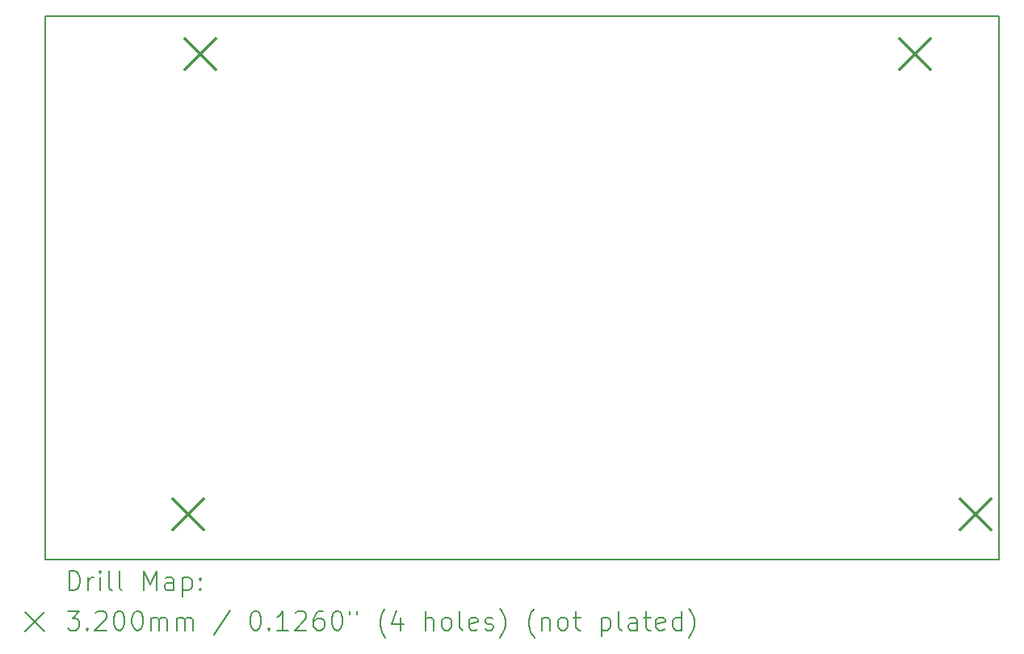
<source format=gbr>
%TF.GenerationSoftware,KiCad,Pcbnew,8.0.6*%
%TF.CreationDate,2025-01-18T13:25:34-05:00*%
%TF.ProjectId,RL78_G23_Arduino,524c3738-5f47-4323-935f-41726475696e,rev?*%
%TF.SameCoordinates,Original*%
%TF.FileFunction,Drillmap*%
%TF.FilePolarity,Positive*%
%FSLAX45Y45*%
G04 Gerber Fmt 4.5, Leading zero omitted, Abs format (unit mm)*
G04 Created by KiCad (PCBNEW 8.0.6) date 2025-01-18 13:25:34*
%MOMM*%
%LPD*%
G01*
G04 APERTURE LIST*
%ADD10C,0.150000*%
%ADD11C,0.200000*%
%ADD12C,0.320000*%
G04 APERTURE END LIST*
D10*
X5000000Y-8200000D02*
X5000000Y-2500000D01*
X15000000Y-8200000D02*
X5000000Y-8200000D01*
X5000000Y-2500000D02*
X15000000Y-2500000D01*
X15000000Y-2500000D02*
X15000000Y-8200000D01*
D11*
D12*
X6337200Y-7566000D02*
X6657200Y-7886000D01*
X6657200Y-7566000D02*
X6337200Y-7886000D01*
X6464200Y-2740000D02*
X6784200Y-3060000D01*
X6784200Y-2740000D02*
X6464200Y-3060000D01*
X13957200Y-2740000D02*
X14277200Y-3060000D01*
X14277200Y-2740000D02*
X13957200Y-3060000D01*
X14592200Y-7566000D02*
X14912200Y-7886000D01*
X14912200Y-7566000D02*
X14592200Y-7886000D01*
D11*
X5253277Y-8518984D02*
X5253277Y-8318984D01*
X5253277Y-8318984D02*
X5300896Y-8318984D01*
X5300896Y-8318984D02*
X5329467Y-8328508D01*
X5329467Y-8328508D02*
X5348515Y-8347555D01*
X5348515Y-8347555D02*
X5358039Y-8366603D01*
X5358039Y-8366603D02*
X5367563Y-8404698D01*
X5367563Y-8404698D02*
X5367563Y-8433270D01*
X5367563Y-8433270D02*
X5358039Y-8471365D01*
X5358039Y-8471365D02*
X5348515Y-8490412D01*
X5348515Y-8490412D02*
X5329467Y-8509460D01*
X5329467Y-8509460D02*
X5300896Y-8518984D01*
X5300896Y-8518984D02*
X5253277Y-8518984D01*
X5453277Y-8518984D02*
X5453277Y-8385650D01*
X5453277Y-8423746D02*
X5462801Y-8404698D01*
X5462801Y-8404698D02*
X5472324Y-8395174D01*
X5472324Y-8395174D02*
X5491372Y-8385650D01*
X5491372Y-8385650D02*
X5510420Y-8385650D01*
X5577086Y-8518984D02*
X5577086Y-8385650D01*
X5577086Y-8318984D02*
X5567563Y-8328508D01*
X5567563Y-8328508D02*
X5577086Y-8338031D01*
X5577086Y-8338031D02*
X5586610Y-8328508D01*
X5586610Y-8328508D02*
X5577086Y-8318984D01*
X5577086Y-8318984D02*
X5577086Y-8338031D01*
X5700896Y-8518984D02*
X5681848Y-8509460D01*
X5681848Y-8509460D02*
X5672324Y-8490412D01*
X5672324Y-8490412D02*
X5672324Y-8318984D01*
X5805658Y-8518984D02*
X5786610Y-8509460D01*
X5786610Y-8509460D02*
X5777086Y-8490412D01*
X5777086Y-8490412D02*
X5777086Y-8318984D01*
X6034229Y-8518984D02*
X6034229Y-8318984D01*
X6034229Y-8318984D02*
X6100896Y-8461841D01*
X6100896Y-8461841D02*
X6167562Y-8318984D01*
X6167562Y-8318984D02*
X6167562Y-8518984D01*
X6348515Y-8518984D02*
X6348515Y-8414222D01*
X6348515Y-8414222D02*
X6338991Y-8395174D01*
X6338991Y-8395174D02*
X6319943Y-8385650D01*
X6319943Y-8385650D02*
X6281848Y-8385650D01*
X6281848Y-8385650D02*
X6262801Y-8395174D01*
X6348515Y-8509460D02*
X6329467Y-8518984D01*
X6329467Y-8518984D02*
X6281848Y-8518984D01*
X6281848Y-8518984D02*
X6262801Y-8509460D01*
X6262801Y-8509460D02*
X6253277Y-8490412D01*
X6253277Y-8490412D02*
X6253277Y-8471365D01*
X6253277Y-8471365D02*
X6262801Y-8452317D01*
X6262801Y-8452317D02*
X6281848Y-8442793D01*
X6281848Y-8442793D02*
X6329467Y-8442793D01*
X6329467Y-8442793D02*
X6348515Y-8433270D01*
X6443753Y-8385650D02*
X6443753Y-8585650D01*
X6443753Y-8395174D02*
X6462801Y-8385650D01*
X6462801Y-8385650D02*
X6500896Y-8385650D01*
X6500896Y-8385650D02*
X6519943Y-8395174D01*
X6519943Y-8395174D02*
X6529467Y-8404698D01*
X6529467Y-8404698D02*
X6538991Y-8423746D01*
X6538991Y-8423746D02*
X6538991Y-8480889D01*
X6538991Y-8480889D02*
X6529467Y-8499936D01*
X6529467Y-8499936D02*
X6519943Y-8509460D01*
X6519943Y-8509460D02*
X6500896Y-8518984D01*
X6500896Y-8518984D02*
X6462801Y-8518984D01*
X6462801Y-8518984D02*
X6443753Y-8509460D01*
X6624705Y-8499936D02*
X6634229Y-8509460D01*
X6634229Y-8509460D02*
X6624705Y-8518984D01*
X6624705Y-8518984D02*
X6615182Y-8509460D01*
X6615182Y-8509460D02*
X6624705Y-8499936D01*
X6624705Y-8499936D02*
X6624705Y-8518984D01*
X6624705Y-8395174D02*
X6634229Y-8404698D01*
X6634229Y-8404698D02*
X6624705Y-8414222D01*
X6624705Y-8414222D02*
X6615182Y-8404698D01*
X6615182Y-8404698D02*
X6624705Y-8395174D01*
X6624705Y-8395174D02*
X6624705Y-8414222D01*
X4792500Y-8747500D02*
X4992500Y-8947500D01*
X4992500Y-8747500D02*
X4792500Y-8947500D01*
X5234229Y-8738984D02*
X5358039Y-8738984D01*
X5358039Y-8738984D02*
X5291372Y-8815174D01*
X5291372Y-8815174D02*
X5319944Y-8815174D01*
X5319944Y-8815174D02*
X5338991Y-8824698D01*
X5338991Y-8824698D02*
X5348515Y-8834222D01*
X5348515Y-8834222D02*
X5358039Y-8853270D01*
X5358039Y-8853270D02*
X5358039Y-8900889D01*
X5358039Y-8900889D02*
X5348515Y-8919936D01*
X5348515Y-8919936D02*
X5338991Y-8929460D01*
X5338991Y-8929460D02*
X5319944Y-8938984D01*
X5319944Y-8938984D02*
X5262801Y-8938984D01*
X5262801Y-8938984D02*
X5243753Y-8929460D01*
X5243753Y-8929460D02*
X5234229Y-8919936D01*
X5443753Y-8919936D02*
X5453277Y-8929460D01*
X5453277Y-8929460D02*
X5443753Y-8938984D01*
X5443753Y-8938984D02*
X5434229Y-8929460D01*
X5434229Y-8929460D02*
X5443753Y-8919936D01*
X5443753Y-8919936D02*
X5443753Y-8938984D01*
X5529467Y-8758031D02*
X5538991Y-8748508D01*
X5538991Y-8748508D02*
X5558039Y-8738984D01*
X5558039Y-8738984D02*
X5605658Y-8738984D01*
X5605658Y-8738984D02*
X5624705Y-8748508D01*
X5624705Y-8748508D02*
X5634229Y-8758031D01*
X5634229Y-8758031D02*
X5643753Y-8777079D01*
X5643753Y-8777079D02*
X5643753Y-8796127D01*
X5643753Y-8796127D02*
X5634229Y-8824698D01*
X5634229Y-8824698D02*
X5519944Y-8938984D01*
X5519944Y-8938984D02*
X5643753Y-8938984D01*
X5767562Y-8738984D02*
X5786610Y-8738984D01*
X5786610Y-8738984D02*
X5805658Y-8748508D01*
X5805658Y-8748508D02*
X5815182Y-8758031D01*
X5815182Y-8758031D02*
X5824705Y-8777079D01*
X5824705Y-8777079D02*
X5834229Y-8815174D01*
X5834229Y-8815174D02*
X5834229Y-8862793D01*
X5834229Y-8862793D02*
X5824705Y-8900889D01*
X5824705Y-8900889D02*
X5815182Y-8919936D01*
X5815182Y-8919936D02*
X5805658Y-8929460D01*
X5805658Y-8929460D02*
X5786610Y-8938984D01*
X5786610Y-8938984D02*
X5767562Y-8938984D01*
X5767562Y-8938984D02*
X5748515Y-8929460D01*
X5748515Y-8929460D02*
X5738991Y-8919936D01*
X5738991Y-8919936D02*
X5729467Y-8900889D01*
X5729467Y-8900889D02*
X5719943Y-8862793D01*
X5719943Y-8862793D02*
X5719943Y-8815174D01*
X5719943Y-8815174D02*
X5729467Y-8777079D01*
X5729467Y-8777079D02*
X5738991Y-8758031D01*
X5738991Y-8758031D02*
X5748515Y-8748508D01*
X5748515Y-8748508D02*
X5767562Y-8738984D01*
X5958039Y-8738984D02*
X5977086Y-8738984D01*
X5977086Y-8738984D02*
X5996134Y-8748508D01*
X5996134Y-8748508D02*
X6005658Y-8758031D01*
X6005658Y-8758031D02*
X6015182Y-8777079D01*
X6015182Y-8777079D02*
X6024705Y-8815174D01*
X6024705Y-8815174D02*
X6024705Y-8862793D01*
X6024705Y-8862793D02*
X6015182Y-8900889D01*
X6015182Y-8900889D02*
X6005658Y-8919936D01*
X6005658Y-8919936D02*
X5996134Y-8929460D01*
X5996134Y-8929460D02*
X5977086Y-8938984D01*
X5977086Y-8938984D02*
X5958039Y-8938984D01*
X5958039Y-8938984D02*
X5938991Y-8929460D01*
X5938991Y-8929460D02*
X5929467Y-8919936D01*
X5929467Y-8919936D02*
X5919943Y-8900889D01*
X5919943Y-8900889D02*
X5910420Y-8862793D01*
X5910420Y-8862793D02*
X5910420Y-8815174D01*
X5910420Y-8815174D02*
X5919943Y-8777079D01*
X5919943Y-8777079D02*
X5929467Y-8758031D01*
X5929467Y-8758031D02*
X5938991Y-8748508D01*
X5938991Y-8748508D02*
X5958039Y-8738984D01*
X6110420Y-8938984D02*
X6110420Y-8805650D01*
X6110420Y-8824698D02*
X6119943Y-8815174D01*
X6119943Y-8815174D02*
X6138991Y-8805650D01*
X6138991Y-8805650D02*
X6167563Y-8805650D01*
X6167563Y-8805650D02*
X6186610Y-8815174D01*
X6186610Y-8815174D02*
X6196134Y-8834222D01*
X6196134Y-8834222D02*
X6196134Y-8938984D01*
X6196134Y-8834222D02*
X6205658Y-8815174D01*
X6205658Y-8815174D02*
X6224705Y-8805650D01*
X6224705Y-8805650D02*
X6253277Y-8805650D01*
X6253277Y-8805650D02*
X6272324Y-8815174D01*
X6272324Y-8815174D02*
X6281848Y-8834222D01*
X6281848Y-8834222D02*
X6281848Y-8938984D01*
X6377086Y-8938984D02*
X6377086Y-8805650D01*
X6377086Y-8824698D02*
X6386610Y-8815174D01*
X6386610Y-8815174D02*
X6405658Y-8805650D01*
X6405658Y-8805650D02*
X6434229Y-8805650D01*
X6434229Y-8805650D02*
X6453277Y-8815174D01*
X6453277Y-8815174D02*
X6462801Y-8834222D01*
X6462801Y-8834222D02*
X6462801Y-8938984D01*
X6462801Y-8834222D02*
X6472324Y-8815174D01*
X6472324Y-8815174D02*
X6491372Y-8805650D01*
X6491372Y-8805650D02*
X6519943Y-8805650D01*
X6519943Y-8805650D02*
X6538991Y-8815174D01*
X6538991Y-8815174D02*
X6548515Y-8834222D01*
X6548515Y-8834222D02*
X6548515Y-8938984D01*
X6938991Y-8729460D02*
X6767563Y-8986603D01*
X7196134Y-8738984D02*
X7215182Y-8738984D01*
X7215182Y-8738984D02*
X7234229Y-8748508D01*
X7234229Y-8748508D02*
X7243753Y-8758031D01*
X7243753Y-8758031D02*
X7253277Y-8777079D01*
X7253277Y-8777079D02*
X7262801Y-8815174D01*
X7262801Y-8815174D02*
X7262801Y-8862793D01*
X7262801Y-8862793D02*
X7253277Y-8900889D01*
X7253277Y-8900889D02*
X7243753Y-8919936D01*
X7243753Y-8919936D02*
X7234229Y-8929460D01*
X7234229Y-8929460D02*
X7215182Y-8938984D01*
X7215182Y-8938984D02*
X7196134Y-8938984D01*
X7196134Y-8938984D02*
X7177086Y-8929460D01*
X7177086Y-8929460D02*
X7167563Y-8919936D01*
X7167563Y-8919936D02*
X7158039Y-8900889D01*
X7158039Y-8900889D02*
X7148515Y-8862793D01*
X7148515Y-8862793D02*
X7148515Y-8815174D01*
X7148515Y-8815174D02*
X7158039Y-8777079D01*
X7158039Y-8777079D02*
X7167563Y-8758031D01*
X7167563Y-8758031D02*
X7177086Y-8748508D01*
X7177086Y-8748508D02*
X7196134Y-8738984D01*
X7348515Y-8919936D02*
X7358039Y-8929460D01*
X7358039Y-8929460D02*
X7348515Y-8938984D01*
X7348515Y-8938984D02*
X7338991Y-8929460D01*
X7338991Y-8929460D02*
X7348515Y-8919936D01*
X7348515Y-8919936D02*
X7348515Y-8938984D01*
X7548515Y-8938984D02*
X7434229Y-8938984D01*
X7491372Y-8938984D02*
X7491372Y-8738984D01*
X7491372Y-8738984D02*
X7472325Y-8767555D01*
X7472325Y-8767555D02*
X7453277Y-8786603D01*
X7453277Y-8786603D02*
X7434229Y-8796127D01*
X7624706Y-8758031D02*
X7634229Y-8748508D01*
X7634229Y-8748508D02*
X7653277Y-8738984D01*
X7653277Y-8738984D02*
X7700896Y-8738984D01*
X7700896Y-8738984D02*
X7719944Y-8748508D01*
X7719944Y-8748508D02*
X7729467Y-8758031D01*
X7729467Y-8758031D02*
X7738991Y-8777079D01*
X7738991Y-8777079D02*
X7738991Y-8796127D01*
X7738991Y-8796127D02*
X7729467Y-8824698D01*
X7729467Y-8824698D02*
X7615182Y-8938984D01*
X7615182Y-8938984D02*
X7738991Y-8938984D01*
X7910420Y-8738984D02*
X7872325Y-8738984D01*
X7872325Y-8738984D02*
X7853277Y-8748508D01*
X7853277Y-8748508D02*
X7843753Y-8758031D01*
X7843753Y-8758031D02*
X7824706Y-8786603D01*
X7824706Y-8786603D02*
X7815182Y-8824698D01*
X7815182Y-8824698D02*
X7815182Y-8900889D01*
X7815182Y-8900889D02*
X7824706Y-8919936D01*
X7824706Y-8919936D02*
X7834229Y-8929460D01*
X7834229Y-8929460D02*
X7853277Y-8938984D01*
X7853277Y-8938984D02*
X7891372Y-8938984D01*
X7891372Y-8938984D02*
X7910420Y-8929460D01*
X7910420Y-8929460D02*
X7919944Y-8919936D01*
X7919944Y-8919936D02*
X7929467Y-8900889D01*
X7929467Y-8900889D02*
X7929467Y-8853270D01*
X7929467Y-8853270D02*
X7919944Y-8834222D01*
X7919944Y-8834222D02*
X7910420Y-8824698D01*
X7910420Y-8824698D02*
X7891372Y-8815174D01*
X7891372Y-8815174D02*
X7853277Y-8815174D01*
X7853277Y-8815174D02*
X7834229Y-8824698D01*
X7834229Y-8824698D02*
X7824706Y-8834222D01*
X7824706Y-8834222D02*
X7815182Y-8853270D01*
X8053277Y-8738984D02*
X8072325Y-8738984D01*
X8072325Y-8738984D02*
X8091372Y-8748508D01*
X8091372Y-8748508D02*
X8100896Y-8758031D01*
X8100896Y-8758031D02*
X8110420Y-8777079D01*
X8110420Y-8777079D02*
X8119944Y-8815174D01*
X8119944Y-8815174D02*
X8119944Y-8862793D01*
X8119944Y-8862793D02*
X8110420Y-8900889D01*
X8110420Y-8900889D02*
X8100896Y-8919936D01*
X8100896Y-8919936D02*
X8091372Y-8929460D01*
X8091372Y-8929460D02*
X8072325Y-8938984D01*
X8072325Y-8938984D02*
X8053277Y-8938984D01*
X8053277Y-8938984D02*
X8034229Y-8929460D01*
X8034229Y-8929460D02*
X8024706Y-8919936D01*
X8024706Y-8919936D02*
X8015182Y-8900889D01*
X8015182Y-8900889D02*
X8005658Y-8862793D01*
X8005658Y-8862793D02*
X8005658Y-8815174D01*
X8005658Y-8815174D02*
X8015182Y-8777079D01*
X8015182Y-8777079D02*
X8024706Y-8758031D01*
X8024706Y-8758031D02*
X8034229Y-8748508D01*
X8034229Y-8748508D02*
X8053277Y-8738984D01*
X8196134Y-8738984D02*
X8196134Y-8777079D01*
X8272325Y-8738984D02*
X8272325Y-8777079D01*
X8567563Y-9015174D02*
X8558039Y-9005650D01*
X8558039Y-9005650D02*
X8538991Y-8977079D01*
X8538991Y-8977079D02*
X8529468Y-8958031D01*
X8529468Y-8958031D02*
X8519944Y-8929460D01*
X8519944Y-8929460D02*
X8510420Y-8881841D01*
X8510420Y-8881841D02*
X8510420Y-8843746D01*
X8510420Y-8843746D02*
X8519944Y-8796127D01*
X8519944Y-8796127D02*
X8529468Y-8767555D01*
X8529468Y-8767555D02*
X8538991Y-8748508D01*
X8538991Y-8748508D02*
X8558039Y-8719936D01*
X8558039Y-8719936D02*
X8567563Y-8710412D01*
X8729468Y-8805650D02*
X8729468Y-8938984D01*
X8681849Y-8729460D02*
X8634230Y-8872317D01*
X8634230Y-8872317D02*
X8758039Y-8872317D01*
X8986611Y-8938984D02*
X8986611Y-8738984D01*
X9072325Y-8938984D02*
X9072325Y-8834222D01*
X9072325Y-8834222D02*
X9062801Y-8815174D01*
X9062801Y-8815174D02*
X9043753Y-8805650D01*
X9043753Y-8805650D02*
X9015182Y-8805650D01*
X9015182Y-8805650D02*
X8996134Y-8815174D01*
X8996134Y-8815174D02*
X8986611Y-8824698D01*
X9196134Y-8938984D02*
X9177087Y-8929460D01*
X9177087Y-8929460D02*
X9167563Y-8919936D01*
X9167563Y-8919936D02*
X9158039Y-8900889D01*
X9158039Y-8900889D02*
X9158039Y-8843746D01*
X9158039Y-8843746D02*
X9167563Y-8824698D01*
X9167563Y-8824698D02*
X9177087Y-8815174D01*
X9177087Y-8815174D02*
X9196134Y-8805650D01*
X9196134Y-8805650D02*
X9224706Y-8805650D01*
X9224706Y-8805650D02*
X9243753Y-8815174D01*
X9243753Y-8815174D02*
X9253277Y-8824698D01*
X9253277Y-8824698D02*
X9262801Y-8843746D01*
X9262801Y-8843746D02*
X9262801Y-8900889D01*
X9262801Y-8900889D02*
X9253277Y-8919936D01*
X9253277Y-8919936D02*
X9243753Y-8929460D01*
X9243753Y-8929460D02*
X9224706Y-8938984D01*
X9224706Y-8938984D02*
X9196134Y-8938984D01*
X9377087Y-8938984D02*
X9358039Y-8929460D01*
X9358039Y-8929460D02*
X9348515Y-8910412D01*
X9348515Y-8910412D02*
X9348515Y-8738984D01*
X9529468Y-8929460D02*
X9510420Y-8938984D01*
X9510420Y-8938984D02*
X9472325Y-8938984D01*
X9472325Y-8938984D02*
X9453277Y-8929460D01*
X9453277Y-8929460D02*
X9443753Y-8910412D01*
X9443753Y-8910412D02*
X9443753Y-8834222D01*
X9443753Y-8834222D02*
X9453277Y-8815174D01*
X9453277Y-8815174D02*
X9472325Y-8805650D01*
X9472325Y-8805650D02*
X9510420Y-8805650D01*
X9510420Y-8805650D02*
X9529468Y-8815174D01*
X9529468Y-8815174D02*
X9538992Y-8834222D01*
X9538992Y-8834222D02*
X9538992Y-8853270D01*
X9538992Y-8853270D02*
X9443753Y-8872317D01*
X9615182Y-8929460D02*
X9634230Y-8938984D01*
X9634230Y-8938984D02*
X9672325Y-8938984D01*
X9672325Y-8938984D02*
X9691373Y-8929460D01*
X9691373Y-8929460D02*
X9700896Y-8910412D01*
X9700896Y-8910412D02*
X9700896Y-8900889D01*
X9700896Y-8900889D02*
X9691373Y-8881841D01*
X9691373Y-8881841D02*
X9672325Y-8872317D01*
X9672325Y-8872317D02*
X9643753Y-8872317D01*
X9643753Y-8872317D02*
X9624706Y-8862793D01*
X9624706Y-8862793D02*
X9615182Y-8843746D01*
X9615182Y-8843746D02*
X9615182Y-8834222D01*
X9615182Y-8834222D02*
X9624706Y-8815174D01*
X9624706Y-8815174D02*
X9643753Y-8805650D01*
X9643753Y-8805650D02*
X9672325Y-8805650D01*
X9672325Y-8805650D02*
X9691373Y-8815174D01*
X9767563Y-9015174D02*
X9777087Y-9005650D01*
X9777087Y-9005650D02*
X9796134Y-8977079D01*
X9796134Y-8977079D02*
X9805658Y-8958031D01*
X9805658Y-8958031D02*
X9815182Y-8929460D01*
X9815182Y-8929460D02*
X9824706Y-8881841D01*
X9824706Y-8881841D02*
X9824706Y-8843746D01*
X9824706Y-8843746D02*
X9815182Y-8796127D01*
X9815182Y-8796127D02*
X9805658Y-8767555D01*
X9805658Y-8767555D02*
X9796134Y-8748508D01*
X9796134Y-8748508D02*
X9777087Y-8719936D01*
X9777087Y-8719936D02*
X9767563Y-8710412D01*
X10129468Y-9015174D02*
X10119944Y-9005650D01*
X10119944Y-9005650D02*
X10100896Y-8977079D01*
X10100896Y-8977079D02*
X10091373Y-8958031D01*
X10091373Y-8958031D02*
X10081849Y-8929460D01*
X10081849Y-8929460D02*
X10072325Y-8881841D01*
X10072325Y-8881841D02*
X10072325Y-8843746D01*
X10072325Y-8843746D02*
X10081849Y-8796127D01*
X10081849Y-8796127D02*
X10091373Y-8767555D01*
X10091373Y-8767555D02*
X10100896Y-8748508D01*
X10100896Y-8748508D02*
X10119944Y-8719936D01*
X10119944Y-8719936D02*
X10129468Y-8710412D01*
X10205658Y-8805650D02*
X10205658Y-8938984D01*
X10205658Y-8824698D02*
X10215182Y-8815174D01*
X10215182Y-8815174D02*
X10234230Y-8805650D01*
X10234230Y-8805650D02*
X10262801Y-8805650D01*
X10262801Y-8805650D02*
X10281849Y-8815174D01*
X10281849Y-8815174D02*
X10291373Y-8834222D01*
X10291373Y-8834222D02*
X10291373Y-8938984D01*
X10415182Y-8938984D02*
X10396134Y-8929460D01*
X10396134Y-8929460D02*
X10386611Y-8919936D01*
X10386611Y-8919936D02*
X10377087Y-8900889D01*
X10377087Y-8900889D02*
X10377087Y-8843746D01*
X10377087Y-8843746D02*
X10386611Y-8824698D01*
X10386611Y-8824698D02*
X10396134Y-8815174D01*
X10396134Y-8815174D02*
X10415182Y-8805650D01*
X10415182Y-8805650D02*
X10443754Y-8805650D01*
X10443754Y-8805650D02*
X10462801Y-8815174D01*
X10462801Y-8815174D02*
X10472325Y-8824698D01*
X10472325Y-8824698D02*
X10481849Y-8843746D01*
X10481849Y-8843746D02*
X10481849Y-8900889D01*
X10481849Y-8900889D02*
X10472325Y-8919936D01*
X10472325Y-8919936D02*
X10462801Y-8929460D01*
X10462801Y-8929460D02*
X10443754Y-8938984D01*
X10443754Y-8938984D02*
X10415182Y-8938984D01*
X10538992Y-8805650D02*
X10615182Y-8805650D01*
X10567563Y-8738984D02*
X10567563Y-8910412D01*
X10567563Y-8910412D02*
X10577087Y-8929460D01*
X10577087Y-8929460D02*
X10596134Y-8938984D01*
X10596134Y-8938984D02*
X10615182Y-8938984D01*
X10834230Y-8805650D02*
X10834230Y-9005650D01*
X10834230Y-8815174D02*
X10853277Y-8805650D01*
X10853277Y-8805650D02*
X10891373Y-8805650D01*
X10891373Y-8805650D02*
X10910420Y-8815174D01*
X10910420Y-8815174D02*
X10919944Y-8824698D01*
X10919944Y-8824698D02*
X10929468Y-8843746D01*
X10929468Y-8843746D02*
X10929468Y-8900889D01*
X10929468Y-8900889D02*
X10919944Y-8919936D01*
X10919944Y-8919936D02*
X10910420Y-8929460D01*
X10910420Y-8929460D02*
X10891373Y-8938984D01*
X10891373Y-8938984D02*
X10853277Y-8938984D01*
X10853277Y-8938984D02*
X10834230Y-8929460D01*
X11043754Y-8938984D02*
X11024706Y-8929460D01*
X11024706Y-8929460D02*
X11015182Y-8910412D01*
X11015182Y-8910412D02*
X11015182Y-8738984D01*
X11205658Y-8938984D02*
X11205658Y-8834222D01*
X11205658Y-8834222D02*
X11196134Y-8815174D01*
X11196134Y-8815174D02*
X11177087Y-8805650D01*
X11177087Y-8805650D02*
X11138992Y-8805650D01*
X11138992Y-8805650D02*
X11119944Y-8815174D01*
X11205658Y-8929460D02*
X11186611Y-8938984D01*
X11186611Y-8938984D02*
X11138992Y-8938984D01*
X11138992Y-8938984D02*
X11119944Y-8929460D01*
X11119944Y-8929460D02*
X11110420Y-8910412D01*
X11110420Y-8910412D02*
X11110420Y-8891365D01*
X11110420Y-8891365D02*
X11119944Y-8872317D01*
X11119944Y-8872317D02*
X11138992Y-8862793D01*
X11138992Y-8862793D02*
X11186611Y-8862793D01*
X11186611Y-8862793D02*
X11205658Y-8853270D01*
X11272325Y-8805650D02*
X11348515Y-8805650D01*
X11300896Y-8738984D02*
X11300896Y-8910412D01*
X11300896Y-8910412D02*
X11310420Y-8929460D01*
X11310420Y-8929460D02*
X11329468Y-8938984D01*
X11329468Y-8938984D02*
X11348515Y-8938984D01*
X11491373Y-8929460D02*
X11472325Y-8938984D01*
X11472325Y-8938984D02*
X11434230Y-8938984D01*
X11434230Y-8938984D02*
X11415182Y-8929460D01*
X11415182Y-8929460D02*
X11405658Y-8910412D01*
X11405658Y-8910412D02*
X11405658Y-8834222D01*
X11405658Y-8834222D02*
X11415182Y-8815174D01*
X11415182Y-8815174D02*
X11434230Y-8805650D01*
X11434230Y-8805650D02*
X11472325Y-8805650D01*
X11472325Y-8805650D02*
X11491373Y-8815174D01*
X11491373Y-8815174D02*
X11500896Y-8834222D01*
X11500896Y-8834222D02*
X11500896Y-8853270D01*
X11500896Y-8853270D02*
X11405658Y-8872317D01*
X11672325Y-8938984D02*
X11672325Y-8738984D01*
X11672325Y-8929460D02*
X11653277Y-8938984D01*
X11653277Y-8938984D02*
X11615182Y-8938984D01*
X11615182Y-8938984D02*
X11596134Y-8929460D01*
X11596134Y-8929460D02*
X11586611Y-8919936D01*
X11586611Y-8919936D02*
X11577087Y-8900889D01*
X11577087Y-8900889D02*
X11577087Y-8843746D01*
X11577087Y-8843746D02*
X11586611Y-8824698D01*
X11586611Y-8824698D02*
X11596134Y-8815174D01*
X11596134Y-8815174D02*
X11615182Y-8805650D01*
X11615182Y-8805650D02*
X11653277Y-8805650D01*
X11653277Y-8805650D02*
X11672325Y-8815174D01*
X11748515Y-9015174D02*
X11758039Y-9005650D01*
X11758039Y-9005650D02*
X11777087Y-8977079D01*
X11777087Y-8977079D02*
X11786611Y-8958031D01*
X11786611Y-8958031D02*
X11796134Y-8929460D01*
X11796134Y-8929460D02*
X11805658Y-8881841D01*
X11805658Y-8881841D02*
X11805658Y-8843746D01*
X11805658Y-8843746D02*
X11796134Y-8796127D01*
X11796134Y-8796127D02*
X11786611Y-8767555D01*
X11786611Y-8767555D02*
X11777087Y-8748508D01*
X11777087Y-8748508D02*
X11758039Y-8719936D01*
X11758039Y-8719936D02*
X11748515Y-8710412D01*
M02*

</source>
